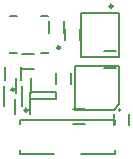
<source format=gbr>
%TF.GenerationSoftware,Altium Limited,Altium Designer,24.10.1 (45)*%
G04 Layer_Color=65535*
%FSLAX45Y45*%
%MOMM*%
%TF.SameCoordinates,0DFC8F11-482D-4AB8-A3BE-AF813C361F11*%
%TF.FilePolarity,Positive*%
%TF.FileFunction,Legend,Top*%
%TF.Part,Single*%
G01*
G75*
%TA.AperFunction,NonConductor*%
%ADD29C,0.20000*%
%ADD41C,0.25000*%
D29*
X3362100Y2935400D02*
G03*
X3362100Y2935400I-10000J0D01*
G01*
X2606000Y3075500D02*
Y3209500D01*
X2479000Y3075500D02*
Y3209500D01*
X2471500Y2898000D02*
Y3032000D01*
X2598500Y2898000D02*
Y3032000D01*
X2595000Y3087500D02*
X2815000D01*
X2595000Y3027500D02*
X2815000D01*
Y3087500D01*
X2595000Y3027500D02*
Y3087500D01*
X2515633Y3188933D02*
Y3298933D01*
X2387500Y3190000D02*
Y3300000D01*
X2378876Y2968876D02*
Y3136124D01*
X2526124Y2968876D02*
Y3136124D01*
X3348750Y3385000D02*
Y3755000D01*
X3028750Y3385000D02*
X3348750D01*
X3028750D02*
Y3755000D01*
X3348750D01*
X3030027Y2563000D02*
X3315027D01*
X2515020D02*
X2800020D01*
X2515020Y2813000D02*
Y2852999D01*
Y2563000D02*
Y2593000D01*
Y2852999D02*
X3315027D01*
Y2563000D02*
Y2593000D01*
Y2813000D02*
Y2852999D01*
X2941000Y3152500D02*
Y3252500D01*
X2814000Y3152500D02*
Y3252500D01*
X2977900Y2935400D02*
X3305000D01*
X2977900D02*
Y3309600D01*
X3352100D01*
Y2982500D02*
Y3309600D01*
X3305000Y2935400D02*
X3352100Y2982500D01*
X3220000Y3287500D02*
X3320000D01*
X3220000Y3432500D02*
X3320000D01*
X2745000Y3420000D02*
Y3422500D01*
Y3732500D02*
Y3735000D01*
X2430000D02*
X2482500D01*
X2692500D02*
X2745000D01*
X2430000Y3420000D02*
Y3422500D01*
Y3732500D02*
Y3735000D01*
Y3420000D02*
X2482500D01*
X2692500D02*
X2745000D01*
X2756708Y3588501D02*
Y3688500D01*
X2883708Y3588501D02*
Y3688500D01*
X2530000Y3284000D02*
X2630000D01*
X2530000Y3411000D02*
X2630000D01*
X2889000Y3525000D02*
Y3625000D01*
X3016000Y3525000D02*
Y3625000D01*
X3306500Y2805000D02*
Y2905000D01*
X3433500Y2805000D02*
Y2905000D01*
X2960000Y2816500D02*
X3060000D01*
X2960000Y2943500D02*
X3060000D01*
D41*
X2575000Y2935000D02*
G03*
X2575000Y2935000I-12500J0D01*
G01*
X2462500Y3110000D02*
G03*
X2462500Y3110000I-12500J0D01*
G01*
X3293750Y3815000D02*
G03*
X3293750Y3815000I-12500J0D01*
G01*
X2850000Y3465000D02*
G03*
X2850000Y3465000I-12500J0D01*
G01*
%TF.MD5,57da2009f215dd20c3b7f239b0e8b1b5*%
M02*

</source>
